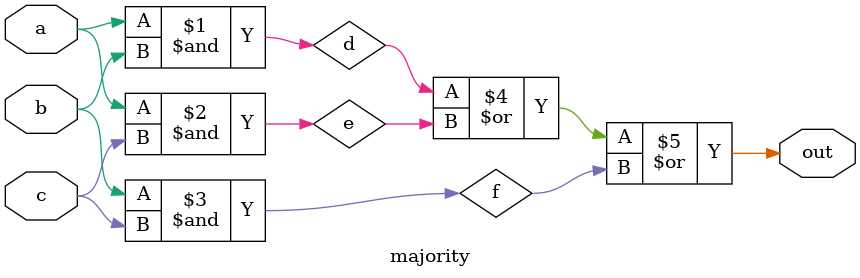
<source format=v>
module majority(a, b, c, out);
    output out;
    input a, b, c;
    wire d, e, f;
    and(d, a, b);
    and(e, a, c);
    and(f, b, c);
    or(out, d, e, f);
endmodule

</source>
